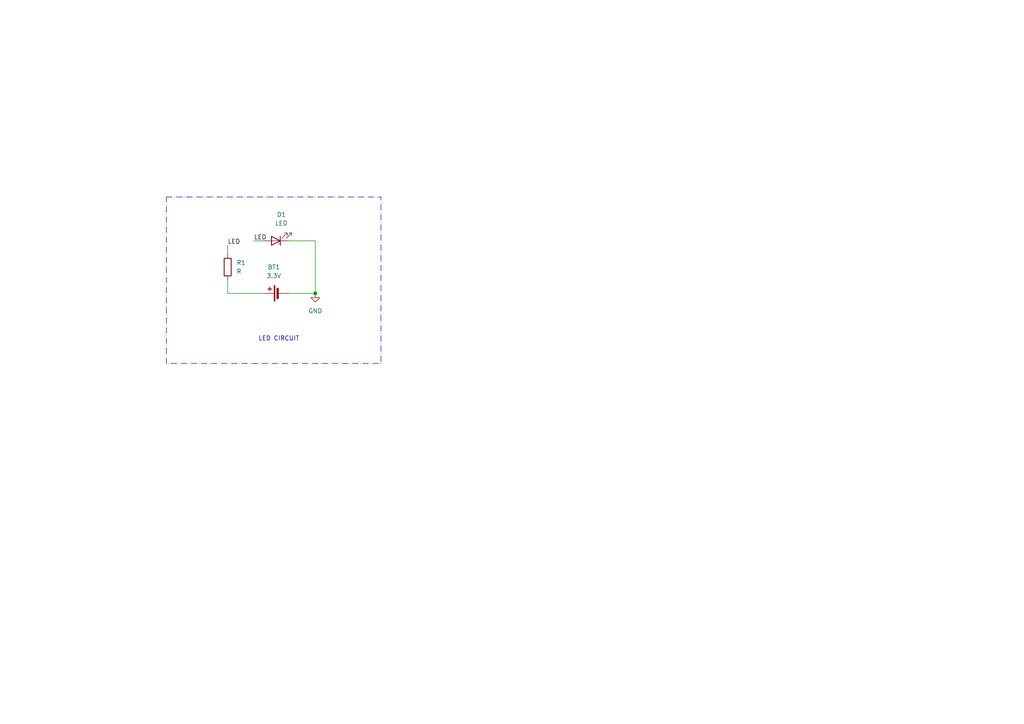
<source format=kicad_sch>
(kicad_sch (version 20230121) (generator eeschema)

  (uuid 332af95c-b00d-4ef4-9fdf-a49c8375832a)

  (paper "A4")

  (lib_symbols
    (symbol "Device:Battery_Cell" (pin_numbers hide) (pin_names (offset 0) hide) (in_bom yes) (on_board yes)
      (property "Reference" "BT" (at 2.54 2.54 0)
        (effects (font (size 1.27 1.27)) (justify left))
      )
      (property "Value" "Battery_Cell" (at 2.54 0 0)
        (effects (font (size 1.27 1.27)) (justify left))
      )
      (property "Footprint" "" (at 0 1.524 90)
        (effects (font (size 1.27 1.27)) hide)
      )
      (property "Datasheet" "~" (at 0 1.524 90)
        (effects (font (size 1.27 1.27)) hide)
      )
      (property "ki_keywords" "battery cell" (at 0 0 0)
        (effects (font (size 1.27 1.27)) hide)
      )
      (property "ki_description" "Single-cell battery" (at 0 0 0)
        (effects (font (size 1.27 1.27)) hide)
      )
      (symbol "Battery_Cell_0_1"
        (rectangle (start -2.286 1.778) (end 2.286 1.524)
          (stroke (width 0) (type default))
          (fill (type outline))
        )
        (rectangle (start -1.524 1.016) (end 1.524 0.508)
          (stroke (width 0) (type default))
          (fill (type outline))
        )
        (polyline
          (pts
            (xy 0 0.762)
            (xy 0 0)
          )
          (stroke (width 0) (type default))
          (fill (type none))
        )
        (polyline
          (pts
            (xy 0 1.778)
            (xy 0 2.54)
          )
          (stroke (width 0) (type default))
          (fill (type none))
        )
        (polyline
          (pts
            (xy 0.762 3.048)
            (xy 1.778 3.048)
          )
          (stroke (width 0.254) (type default))
          (fill (type none))
        )
        (polyline
          (pts
            (xy 1.27 3.556)
            (xy 1.27 2.54)
          )
          (stroke (width 0.254) (type default))
          (fill (type none))
        )
      )
      (symbol "Battery_Cell_1_1"
        (pin passive line (at 0 5.08 270) (length 2.54)
          (name "+" (effects (font (size 1.27 1.27))))
          (number "1" (effects (font (size 1.27 1.27))))
        )
        (pin passive line (at 0 -2.54 90) (length 2.54)
          (name "-" (effects (font (size 1.27 1.27))))
          (number "2" (effects (font (size 1.27 1.27))))
        )
      )
    )
    (symbol "Device:LED" (pin_numbers hide) (pin_names (offset 1.016) hide) (in_bom yes) (on_board yes)
      (property "Reference" "D" (at 0 2.54 0)
        (effects (font (size 1.27 1.27)))
      )
      (property "Value" "LED" (at 0 -2.54 0)
        (effects (font (size 1.27 1.27)))
      )
      (property "Footprint" "" (at 0 0 0)
        (effects (font (size 1.27 1.27)) hide)
      )
      (property "Datasheet" "~" (at 0 0 0)
        (effects (font (size 1.27 1.27)) hide)
      )
      (property "ki_keywords" "LED diode" (at 0 0 0)
        (effects (font (size 1.27 1.27)) hide)
      )
      (property "ki_description" "Light emitting diode" (at 0 0 0)
        (effects (font (size 1.27 1.27)) hide)
      )
      (property "ki_fp_filters" "LED* LED_SMD:* LED_THT:*" (at 0 0 0)
        (effects (font (size 1.27 1.27)) hide)
      )
      (symbol "LED_0_1"
        (polyline
          (pts
            (xy -1.27 -1.27)
            (xy -1.27 1.27)
          )
          (stroke (width 0.254) (type default))
          (fill (type none))
        )
        (polyline
          (pts
            (xy -1.27 0)
            (xy 1.27 0)
          )
          (stroke (width 0) (type default))
          (fill (type none))
        )
        (polyline
          (pts
            (xy 1.27 -1.27)
            (xy 1.27 1.27)
            (xy -1.27 0)
            (xy 1.27 -1.27)
          )
          (stroke (width 0.254) (type default))
          (fill (type none))
        )
        (polyline
          (pts
            (xy -3.048 -0.762)
            (xy -4.572 -2.286)
            (xy -3.81 -2.286)
            (xy -4.572 -2.286)
            (xy -4.572 -1.524)
          )
          (stroke (width 0) (type default))
          (fill (type none))
        )
        (polyline
          (pts
            (xy -1.778 -0.762)
            (xy -3.302 -2.286)
            (xy -2.54 -2.286)
            (xy -3.302 -2.286)
            (xy -3.302 -1.524)
          )
          (stroke (width 0) (type default))
          (fill (type none))
        )
      )
      (symbol "LED_1_1"
        (pin passive line (at -3.81 0 0) (length 2.54)
          (name "K" (effects (font (size 1.27 1.27))))
          (number "1" (effects (font (size 1.27 1.27))))
        )
        (pin passive line (at 3.81 0 180) (length 2.54)
          (name "A" (effects (font (size 1.27 1.27))))
          (number "2" (effects (font (size 1.27 1.27))))
        )
      )
    )
    (symbol "Device:R" (pin_numbers hide) (pin_names (offset 0)) (in_bom yes) (on_board yes)
      (property "Reference" "R" (at 2.032 0 90)
        (effects (font (size 1.27 1.27)))
      )
      (property "Value" "R" (at 0 0 90)
        (effects (font (size 1.27 1.27)))
      )
      (property "Footprint" "" (at -1.778 0 90)
        (effects (font (size 1.27 1.27)) hide)
      )
      (property "Datasheet" "~" (at 0 0 0)
        (effects (font (size 1.27 1.27)) hide)
      )
      (property "ki_keywords" "R res resistor" (at 0 0 0)
        (effects (font (size 1.27 1.27)) hide)
      )
      (property "ki_description" "Resistor" (at 0 0 0)
        (effects (font (size 1.27 1.27)) hide)
      )
      (property "ki_fp_filters" "R_*" (at 0 0 0)
        (effects (font (size 1.27 1.27)) hide)
      )
      (symbol "R_0_1"
        (rectangle (start -1.016 -2.54) (end 1.016 2.54)
          (stroke (width 0.254) (type default))
          (fill (type none))
        )
      )
      (symbol "R_1_1"
        (pin passive line (at 0 3.81 270) (length 1.27)
          (name "~" (effects (font (size 1.27 1.27))))
          (number "1" (effects (font (size 1.27 1.27))))
        )
        (pin passive line (at 0 -3.81 90) (length 1.27)
          (name "~" (effects (font (size 1.27 1.27))))
          (number "2" (effects (font (size 1.27 1.27))))
        )
      )
    )
    (symbol "power:GND" (power) (pin_names (offset 0)) (in_bom yes) (on_board yes)
      (property "Reference" "#PWR" (at 0 -6.35 0)
        (effects (font (size 1.27 1.27)) hide)
      )
      (property "Value" "GND" (at 0 -3.81 0)
        (effects (font (size 1.27 1.27)))
      )
      (property "Footprint" "" (at 0 0 0)
        (effects (font (size 1.27 1.27)) hide)
      )
      (property "Datasheet" "" (at 0 0 0)
        (effects (font (size 1.27 1.27)) hide)
      )
      (property "ki_keywords" "global power" (at 0 0 0)
        (effects (font (size 1.27 1.27)) hide)
      )
      (property "ki_description" "Power symbol creates a global label with name \"GND\" , ground" (at 0 0 0)
        (effects (font (size 1.27 1.27)) hide)
      )
      (symbol "GND_0_1"
        (polyline
          (pts
            (xy 0 0)
            (xy 0 -1.27)
            (xy 1.27 -1.27)
            (xy 0 -2.54)
            (xy -1.27 -1.27)
            (xy 0 -1.27)
          )
          (stroke (width 0) (type default))
          (fill (type none))
        )
      )
      (symbol "GND_1_1"
        (pin power_in line (at 0 0 270) (length 0) hide
          (name "GND" (effects (font (size 1.27 1.27))))
          (number "1" (effects (font (size 1.27 1.27))))
        )
      )
    )
  )

  (junction (at 91.44 85.09) (diameter 0) (color 0 0 0 0)
    (uuid 9d53c26a-ad7f-44bb-9dc1-8dbca951abf9)
  )

  (wire (pts (xy 76.2 85.09) (xy 66.04 85.09))
    (stroke (width 0) (type default))
    (uuid 02255894-fc9d-49d3-beb7-ffc3a12b4b01)
  )
  (wire (pts (xy 73.66 69.85) (xy 76.2 69.85))
    (stroke (width 0) (type default))
    (uuid 5160f55f-af17-4b03-9e80-d4774d1958d6)
  )
  (wire (pts (xy 83.82 69.85) (xy 91.44 69.85))
    (stroke (width 0) (type default))
    (uuid 64cdec3f-2643-468f-9586-8bbe41e4882e)
  )
  (wire (pts (xy 91.44 69.85) (xy 91.44 85.09))
    (stroke (width 0) (type default))
    (uuid daab331c-f687-4d1b-9b16-e7f239f1b0f7)
  )
  (wire (pts (xy 66.04 71.12) (xy 66.04 73.66))
    (stroke (width 0) (type default))
    (uuid ee43e0f3-8df4-42a8-99af-bb8c419560e2)
  )
  (wire (pts (xy 66.04 85.09) (xy 66.04 81.28))
    (stroke (width 0) (type default))
    (uuid ef9d6001-9265-4fc4-a93e-80c32212644f)
  )
  (wire (pts (xy 91.44 85.09) (xy 83.82 85.09))
    (stroke (width 0) (type default))
    (uuid f71361bb-483f-4dec-8c16-71afb71d7b0a)
  )

  (rectangle (start 48.26 57.15) (end 110.49 105.41)
    (stroke (width 0) (type dash_dot))
    (fill (type none))
    (uuid 363c3334-4a73-4186-88e5-cfea0ee0e250)
  )

  (text "LED CIRCUIT\n" (at 74.93 99.06 0)
    (effects (font (size 1.27 1.27)) (justify left bottom))
    (uuid 47f90b3b-a98e-4a56-aa28-65d9a3ed4069)
  )

  (label "LED" (at 73.66 69.85 0) (fields_autoplaced)
    (effects (font (size 1.27 1.27)) (justify left bottom))
    (uuid 87a119e7-483c-47fe-849c-f6324eba18f7)
  )
  (label "LED" (at 66.04 71.12 0) (fields_autoplaced)
    (effects (font (size 1.27 1.27)) (justify left bottom))
    (uuid cb7eea65-756e-4dd4-94af-a5ca0a262a61)
  )

  (symbol (lib_id "power:GND") (at 91.44 85.09 0) (unit 1)
    (in_bom yes) (on_board yes) (dnp no) (fields_autoplaced)
    (uuid 09dfd3b9-1b99-4e9f-8628-f689cc57637f)
    (property "Reference" "#PWR01" (at 91.44 91.44 0)
      (effects (font (size 1.27 1.27)) hide)
    )
    (property "Value" "GND" (at 91.44 90.17 0)
      (effects (font (size 1.27 1.27)))
    )
    (property "Footprint" "" (at 91.44 85.09 0)
      (effects (font (size 1.27 1.27)) hide)
    )
    (property "Datasheet" "" (at 91.44 85.09 0)
      (effects (font (size 1.27 1.27)) hide)
    )
    (pin "1" (uuid c29af6d9-710c-4459-9969-7d7cc2f4a670))
    (instances
      (project "Tutorial 2"
        (path "/332af95c-b00d-4ef4-9fdf-a49c8375832a"
          (reference "#PWR01") (unit 1)
        )
      )
    )
  )

  (symbol (lib_id "Device:Battery_Cell") (at 81.28 85.09 90) (unit 1)
    (in_bom yes) (on_board yes) (dnp no) (fields_autoplaced)
    (uuid 2b18d3f9-3ab5-431f-9ffd-732257743054)
    (property "Reference" "BT1" (at 79.4385 77.47 90)
      (effects (font (size 1.27 1.27)))
    )
    (property "Value" "3.3V" (at 79.4385 80.01 90)
      (effects (font (size 1.27 1.27)))
    )
    (property "Footprint" "" (at 79.756 85.09 90)
      (effects (font (size 1.27 1.27)) hide)
    )
    (property "Datasheet" "~" (at 79.756 85.09 90)
      (effects (font (size 1.27 1.27)) hide)
    )
    (pin "2" (uuid 2c4e262d-b3cc-4891-b90f-5454b45acc85))
    (pin "1" (uuid 2e3e3b94-e010-46c4-826d-69ebebd462ef))
    (instances
      (project "Tutorial 2"
        (path "/332af95c-b00d-4ef4-9fdf-a49c8375832a"
          (reference "BT1") (unit 1)
        )
      )
    )
  )

  (symbol (lib_id "Device:R") (at 66.04 77.47 180) (unit 1)
    (in_bom yes) (on_board yes) (dnp no) (fields_autoplaced)
    (uuid 9c682a40-7950-4ef2-9cb4-d405c075d3dd)
    (property "Reference" "R1" (at 68.58 76.2 0)
      (effects (font (size 1.27 1.27)) (justify right))
    )
    (property "Value" "R" (at 68.58 78.74 0)
      (effects (font (size 1.27 1.27)) (justify right))
    )
    (property "Footprint" "Resistor_SMD:R_1206_3216Metric" (at 67.818 77.47 90)
      (effects (font (size 1.27 1.27)) hide)
    )
    (property "Datasheet" "~" (at 66.04 77.47 0)
      (effects (font (size 1.27 1.27)) hide)
    )
    (pin "2" (uuid 698b3dde-1a56-42bc-bc55-315957f48520))
    (pin "1" (uuid 07b479d7-9406-4f55-939c-9057607c7487))
    (instances
      (project "Tutorial 2"
        (path "/332af95c-b00d-4ef4-9fdf-a49c8375832a"
          (reference "R1") (unit 1)
        )
      )
    )
  )

  (symbol (lib_id "Device:LED") (at 80.01 69.85 180) (unit 1)
    (in_bom yes) (on_board yes) (dnp no) (fields_autoplaced)
    (uuid d6b29598-320b-4da1-8eb3-4f393b25be06)
    (property "Reference" "D1" (at 81.5975 62.23 0)
      (effects (font (size 1.27 1.27)))
    )
    (property "Value" "LED" (at 81.5975 64.77 0)
      (effects (font (size 1.27 1.27)))
    )
    (property "Footprint" "" (at 80.01 69.85 0)
      (effects (font (size 1.27 1.27)) hide)
    )
    (property "Datasheet" "~" (at 80.01 69.85 0)
      (effects (font (size 1.27 1.27)) hide)
    )
    (pin "2" (uuid 7587ba18-1aa4-4b5c-bbc2-7ba20c294025))
    (pin "1" (uuid 402216e0-42d4-42db-9454-09cc78d47168))
    (instances
      (project "Tutorial 2"
        (path "/332af95c-b00d-4ef4-9fdf-a49c8375832a"
          (reference "D1") (unit 1)
        )
      )
    )
  )

  (sheet_instances
    (path "/" (page "1"))
  )
)

</source>
